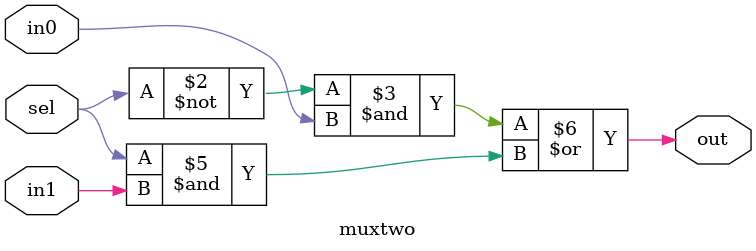
<source format=v>
`timescale 1ns / 1ps

module muxtwo(
    input wire in0,
    input wire in1,
    input wire sel,
    
    output reg out
    );
    
always@(*)
    out = ((sel == 1'b0) & in0 )|((sel == 1'b1) & in1 );
endmodule

</source>
